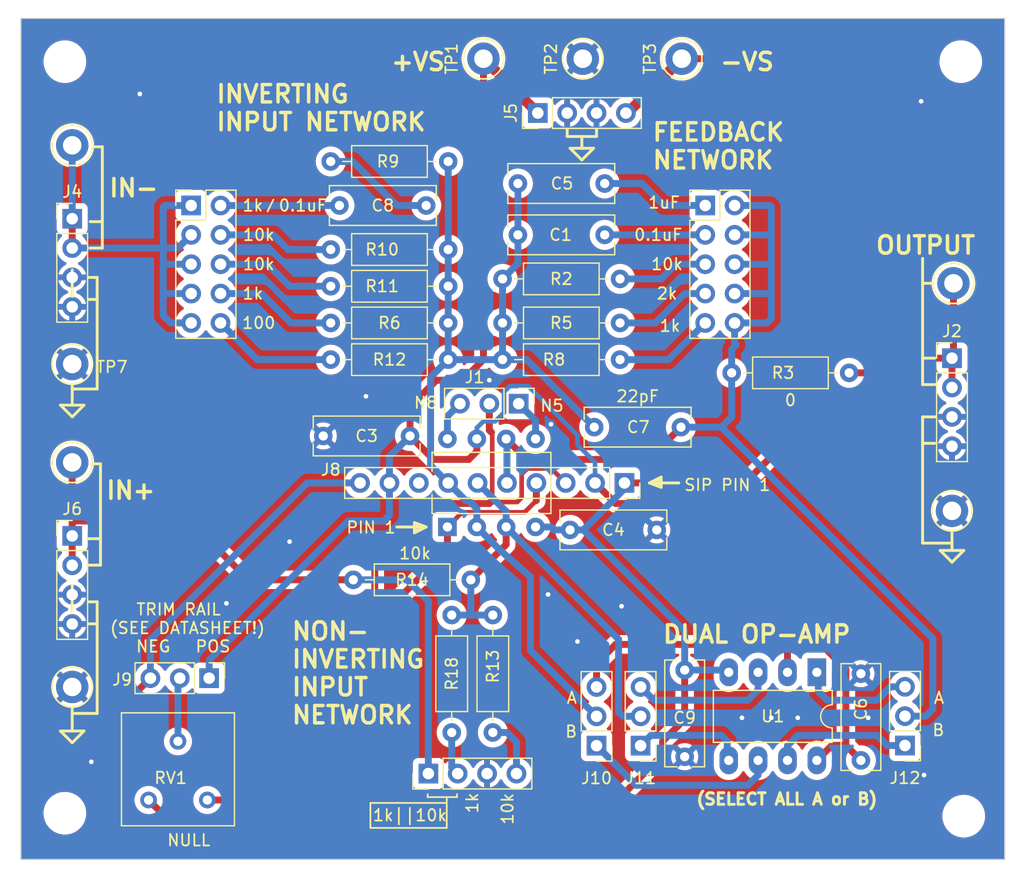
<source format=kicad_pcb>
(kicad_pcb (version 20221018) (generator pcbnew)
  (layers (0 "F.Cu" signal) (31 "B.Cu" signal) (34 "B.Paste" user) (35 "F.Paste" user) (36 "B.SilkS" user "B.Silkscreen") (37 "F.SilkS" user "F.Silkscreen") (38 "B.Mask" user) (39 "F.Mask" user) (44 "Edge.Cuts" user))
  (net 0 "")
  (net 1 "Net-(C8-Pad2)")
  (net 2 "GND")
  (net 3 "VSS")
  (net 4 "VCC")
  (net 5 "/NP1")
  (net 6 "/NP")
  (net 7 "/OUT")
  (net 8 "/IN+")
  (net 9 "/IN-")
  (net 10 "Net-(J9-Pin_2)")
  (net 11 "Net-(J10-Pin_1)")
  (net 12 "Net-(J10-Pin_3)")
  (net 13 "Net-(J11-Pin_1)")
  (net 14 "Net-(J11-Pin_3)")
  (net 15 "Net-(J12-Pin_1)")
  (net 16 "Net-(J12-Pin_3)")
  (net 18 "Net-(J2-Pin_1)")
  (net 19 "Net-(J14-Pin_2)")
  (net 20 "Net-(J14-Pin_1)")
  (net 21 "Net-(J14-Pin_4)")
  (net 22 "Net-(J14-Pin_6)")
  (net 23 "Net-(J14-Pin_8)")
  (net 24 "Net-(J14-Pin_10)")
  (net 25 "Net-(J15-Pin_3)")
  (net 26 "Net-(J15-Pin_1)")
  (net 27 "Net-(J15-Pin_5)")
  (net 28 "Net-(J15-Pin_7)")
  (net 29 "Net-(J15-Pin_9)")
  (net 30 "/NP2")
  (net 31 "/NN")
  (net 32 "Net-(J3-Pin_1)")
  (net 33 "Net-(J3-Pin_2)")
  (net 34 "Net-(J3-Pin_4)")
  (footprint "MountingHole:MountingHole_3.2mm_M3" (layer "F.Cu") (at 187.071 59.309)
    (fp_text reference "H1")
    (fp_text value "MountingHole")
  )
  (footprint "Package_DIP:DIP-8_W7.62mm" (layer "F.Cu") (at 142.681 99.568 90)
    (fp_text reference "U2")
    (fp_text value "LM741")
  )
  (footprint "Resistor_THT:R_Axial_DIN0207_L6.3mm_D2.5mm_P10.16mm_Horizontal" (layer "F.Cu") (at 146.608 107.188 -90)
    (fp_text reference "R13")
    (fp_text value "10k")
  )
  (footprint "Capacitor_THT:C_Rect_L9.0mm_W3.2mm_P7.50mm_MKT" (layer "F.Cu") (at 155.374 90.932)
    (fp_text reference "C7")
    (fp_text value "22pF")
  )
  (footprint "TestPoint:TestPoint_Keystone_5005-5009_Compact" (layer "F.Cu") (at 145.796 59.055 90)
    (fp_text reference "TP1")
    (fp_text value "TestPoint")
  )
  (footprint "Resistor_THT:R_Axial_DIN0207_L6.3mm_D2.5mm_P10.16mm_Horizontal" (layer "F.Cu") (at 147.447 85.09)
    (fp_text reference "R8")
    (fp_text value "1k")
  )
  (footprint "Connector_PinSocket_2.54mm:PinSocket_1x10_P2.54mm_Vertical" (layer "F.Cu") (at 157.988 95.758 -90)
    (fp_text reference "J8")
    (fp_text value "Conn_01x10_Socket")
  )
  (footprint "Connector_PinHeader_2.54mm:PinHeader_1x03_P2.54mm_Vertical" (layer "F.Cu") (at 159.385 118.491 180)
    (fp_text reference "J11")
    (fp_text value "Conn_01x03_Pin")
  )
  (footprint "TestPoint:TestPoint_Keystone_5005-5009_Compact" (layer "F.Cu") (at 110.236 66.548)
    (fp_text reference "TP6")
    (fp_text value "TestPoint")
  )
  (footprint "TestPoint:TestPoint_Keystone_5005-5009_Compact" (layer "F.Cu") (at 186.309 98.171)
    (fp_text reference "TP5")
    (fp_text value "TestPoint")
  )
  (footprint "TestPoint:TestPoint_Keystone_5005-5009_Compact" (layer "F.Cu") (at 110.236 113.411)
    (fp_text reference "TP9")
    (fp_text value "TestPoint")
  )
  (footprint "Connector_PinHeader_2.54mm:PinHeader_1x03_P2.54mm_Vertical" (layer "F.Cu") (at 122.077 112.649 -90)
    (fp_text reference "J9")
    (fp_text value "Conn_01x03_Pin")
  )
  (footprint "TestPoint:TestPoint_Keystone_5005-5009_Compact" (layer "F.Cu") (at 110.236 93.98)
    (fp_text reference "TP8")
    (fp_text value "TestPoint")
  )
  (footprint "Capacitor_THT:C_Rect_L9.0mm_W3.2mm_P7.50mm_MKT" (layer "F.Cu") (at 178.435 119.761 90)
    (fp_text reference "C6")
    (fp_text value "1.0uF")
  )
  (footprint "Connector_PinHeader_2.54mm:PinHeader_1x03_P2.54mm_Vertical" (layer "F.Cu") (at 182.245 118.476 180)
    (fp_text reference "J12")
    (fp_text value "Conn_01x03_Pin")
  )
  (footprint "Connector_PinHeader_2.54mm:PinHeader_1x03_P2.54mm_Vertical" (layer "F.Cu") (at 148.844 88.9 -90)
    (fp_text reference "J1")
    (fp_text value "Conn_01x03_Pin")
  )
  (footprint "Capacitor_THT:C_Rect_L9.0mm_W3.2mm_P7.50mm_MKT" (layer "F.Cu") (at 160.782 99.822 180)
    (fp_text reference "C4")
    (fp_text value "1.0uF")
  )
  (footprint "TestPoint:TestPoint_Keystone_5005-5009_Compact" (layer "F.Cu") (at 186.436 78.486)
    (fp_text reference "TP4")
    (fp_text value "TestPoint")
  )
  (footprint "MountingHole:MountingHole_3.2mm_M3" (layer "F.Cu") (at 109.601 59.309)
    (fp_text reference "H2")
    (fp_text value "MountingHole")
  )
  (footprint "Capacitor_THT:C_Rect_L9.0mm_W3.2mm_P7.50mm_MKT" (layer "F.Cu") (at 148.777 69.85)
    (fp_text reference "C5")
    (fp_text value "1uF")
  )
  (footprint "MountingHole:MountingHole_3.2mm_M3" (layer "F.Cu") (at 187.325 124.587)
    (fp_text reference "H3")
    (fp_text value "MountingHole")
  )
  (footprint "Connector_PinHeader_2.54mm:PinHeader_1x04_P2.54mm_Vertical" (layer "F.Cu") (at 141.03 120.904 90)
    (fp_text reference "J3")
    (fp_text value "Conn_01x04_Pin")
  )
  (footprint "Resistor_THT:R_Axial_DIN0207_L6.3mm_D2.5mm_P10.16mm_Horizontal" (layer "F.Cu") (at 147.447 81.915)
    (fp_text reference "R5")
    (fp_text value "2k")
  )
  (footprint "Connector_PinHeader_2.54mm:PinHeader_2x05_P2.54mm_Vertical" (layer "F.Cu") (at 120.523 71.755)
    (fp_text reference "J14")
    (fp_text value "Conn_02x05_Odd_Even")
  )
  (footprint "Capacitor_THT:C_Rect_L9.0mm_W3.2mm_P7.50mm_MKT" (layer "F.Cu") (at 148.777 74.295)
    (fp_text reference "C1")
    (fp_text value "0.1uF")
  )
  (footprint "Capacitor_THT:C_Rect_L9.0mm_W3.2mm_P7.50mm_MKT" (layer "F.Cu") (at 163.195 119.447 90)
    (fp_text reference "C9")
    (fp_text value "1.0uF")
  )
  (footprint "Connector_PinHeader_2.54mm:PinHeader_1x04_P2.54mm_Vertical" (layer "F.Cu") (at 186.309 84.963)
    (fp_text reference "J2")
    (fp_text value "Conn_01x04_Pin")
  )
  (footprint "Potentiometer_THT:Potentiometer_Bourns_3386F_Vertical" (layer "F.Cu") (at 121.92 123.19 90)
    (fp_text reference "RV1")
    (fp_text value "1k")
  )
  (footprint "Connector_PinHeader_2.54mm:PinHeader_2x05_P2.54mm_Vertical" (layer "F.Cu") (at 164.973 71.755)
    (fp_text reference "J15")
    (fp_text value "Conn_02x05_Odd_Even")
  )
  (footprint "Capacitor_THT:C_Rect_L9.0mm_W3.2mm_P7.50mm_MKT" (layer "F.Cu") (at 133.343 71.755)
    (fp_text reference "C8")
    (fp_text value "0.1uF")
  )
  (footprint "Resistor_THT:R_Axial_DIN0207_L6.3mm_D2.5mm_P10.16mm_Horizontal" (layer "F.Cu") (at 132.588 75.565)
    (fp_text reference "R10")
    (fp_text value "10k")
  )
  (footprint "Resistor_THT:R_Axial_DIN0207_L6.3mm_D2.5mm_P10.16mm_Horizontal" (layer "F.Cu") (at 132.588 78.74)
    (fp_text reference "R11")
    (fp_text value "10k")
  )
  (footprint "Connector_PinHeader_2.54mm:PinHeader_1x04_P2.54mm_Vertical" (layer "F.Cu") (at 110.236 100.34)
    (fp_text reference "J6")
    (fp_text value "Conn_01x04_Pin")
  )
  (footprint "Resistor_THT:R_Axial_DIN0207_L6.3mm_D2.5mm_P10.16mm_Horizontal" (layer "F.Cu") (at 167.259 86.233)
    (fp_text reference "R3")
    (fp_text value "0")
  )
  (footprint "Resistor_THT:R_Axial_DIN0207_L6.3mm_D2.5mm_P10.16mm_Horizontal" (layer "F.Cu") (at 134.543 104.14)
    (fp_text reference "R14")
    (fp_text value "10k")
  )
  (footprint "Connector_PinHeader_2.54mm:PinHeader_1x04_P2.54mm_Vertical" (layer "F.Cu") (at 110.236 72.898)
    (fp_text reference "J4")
    (fp_text value "Conn_01x04_Pin")
  )
  (footprint "Resistor_THT:R_Axial_DIN0207_L6.3mm_D2.5mm_P10.16mm_Horizontal" (layer "F.Cu") (at 132.588 81.915)
    (fp_text reference "R6")
    (fp_text value "1k")
  )
  (footprint "Resistor_THT:R_Axial_DIN0207_L6.3mm_D2.5mm_P10.16mm_Horizontal" (layer "F.Cu") (at 132.588 85.09)
    (fp_text reference "R12")
    (fp_text value "100")
  )
  (footprint "Package_DIP:DIP-8_W7.62mm_LongPads" (layer "F.Cu") (at 174.625 112.141 -90)
    (fp_text reference "U1")
    (fp_text value "LM358")
  )
  (footprint "Resistor_THT:R_Axial_DIN0207_L6.3mm_D2.5mm_P10.16mm_Horizontal" (layer "F.Cu") (at 132.588 67.945)
    (fp_text reference "R9")
    (fp_text value "1k")
  )
  (footprint "TestPoint:TestPoint_Keystone_5005-5009_Compact" (layer "F.Cu") (at 154.386 59.055 90)
    (fp_text reference "TP2")
    (fp_text value "TestPoint")
  )
  (footprint "Connector_PinHeader_2.54mm:PinHeader_1x03_P2.54mm_Vertical" (layer "F.Cu") (at 155.575 118.491 180)
    (fp_text reference "J10")
    (fp_text value "Conn_01x03_Pin")
  )
  (footprint "Capacitor_THT:C_Rect_L9.0mm_W3.2mm_P7.50mm_MKT" (layer "F.Cu") (at 139.446 91.694 180)
    (fp_text reference "C3")
    (fp_text value "1.0uF")
  )
  (footprint "TestPoint:TestPoint_Keystone_5005-5009_Compact" (layer "F.Cu") (at 110.236 85.471)
    (fp_text reference "TP7")
    (fp_text value "TestPoint")
  )
  (footprint "Resistor_THT:R_Axial_DIN0207_L6.3mm_D2.5mm_P10.16mm_Horizontal" (layer "F.Cu") (at 143.052 107.188 -90)
    (fp_text reference "R18")
    (fp_text value "1k")
  )
  (footprint "TestPoint:TestPoint_Keystone_5005-5009_Compact" (layer "F.Cu") (at 162.941 59.055 90)
    (fp_text reference "TP3")
    (fp_text value "TestPoint")
  )
  (footprint "Connector_PinHeader_2.54mm:PinHeader_1x04_P2.54mm_Vertical" (layer "F.Cu") (at 150.495 63.754 90)
    (fp_text reference "J5")
    (fp_text value "Conn_01x04_Pin")
  )
  (footprint "MountingHole:MountingHole_3.2mm_M3" (layer "F.Cu") (at 109.601 124.333)
    (fp_text reference "H4")
    (fp_text value "MountingHole")
  )
  (footprint "Resistor_THT:R_Axial_DIN0207_L6.3mm_D2.5mm_P10.16mm_Horizontal" (layer "F.Cu") (at 147.447 78.105)
    (fp_text reference "R2")
    (fp_text value "10k")
  )
  (gr_line (start 112.8395 73.152) (end 111.79175 73.152) (stroke (width 0.25)) (layer "F.SilkS"))
  (gr_line (start 141.986 125.603) (end 142.621 125.603) (stroke (width 0.15)) (layer "F.SilkS"))
  (gr_line (start 140.843 99.568) (end 139.827 99.187) (stroke (width 0.25)) (layer "F.SilkS"))
  (gr_line (start 183.769 90.043) (end 184.8485 90.043) (stroke (width 0.25)) (layer "F.SilkS"))
  (gr_line (start 187.325 101.6) (end 186.309 101.6) (stroke (width 0.25)) (layer "F.SilkS"))
  (gr_line (start 110.236 104.648) (end 110.236 106.934) (stroke (width 0.25)) (layer "F.SilkS"))
  (gr_line (start 112.68075 100.584) (end 111.633 100.584) (stroke (width 0.25)) (layer "F.SilkS"))
  (gr_line (start 110.236 115.316) (end 110.236 117.221) (stroke (width 0.25)) (layer "F.SilkS"))
  (gr_line (start 109.22 117.221) (end 110.236 118.237) (stroke (width 0.25)) (layer "F.SilkS"))
  (gr_line (start 110.236 77.343) (end 110.236 79.629) (stroke (width 0.25)) (layer "F.SilkS"))
  (gr_line (start 143.51 122.936) (end 143.51 122.682) (stroke (width 0.15)) (layer "F.SilkS"))
  (gr_line (start 110.236 90.043) (end 111.252 89.027) (stroke (width 0.25)) (layer "F.SilkS"))
  (gr_line (start 111.252 89.027) (end 110.236 89.027) (stroke (width 0.25)) (layer "F.SilkS"))
  (gr_line (start 161.163 95.25) (end 160.147 95.758) (stroke (width 0.25)) (layer "F.SilkS"))
  (gr_line (start 112.68075 102.87) (end 111.60125 102.87) (stroke (width 0.25)) (layer "F.SilkS"))
  (gr_line (start 112.8395 66.675) (end 112.0775 66.675) (stroke (width 0.25)) (layer "F.SilkS"))
  (gr_line (start 183.769 76.327) (end 183.769 87.249) (stroke (width 0.25)) (layer "F.SilkS"))
  (gr_line (start 183.769 84.963) (end 184.81675 84.963) (stroke (width 0.25)) (layer "F.SilkS"))
  (gr_line (start 136.017 125.603) (end 141.986 125.603) (stroke (width 0.15)) (layer "F.SilkS"))
  (gr_line (start 185.293 101.6) (end 186.309 102.616) (stroke (width 0.25)) (layer "F.SilkS"))
  (gr_line (start 154.305 66.802) (end 153.289 66.802) (stroke (width 0.25)) (layer "F.SilkS"))
  (gr_line (start 153.289 66.802) (end 154.305 67.818) (stroke (width 0.25)) (layer "F.SilkS"))
  (gr_line (start 111.633 106.045) (end 112.395 106.045) (stroke (width 0.25)) (layer "F.SilkS"))
  (gr_line (start 111.633 79.883) (end 112.395 79.883) (stroke (width 0.25)) (layer "F.SilkS"))
  (gr_line (start 138.303 99.568) (end 140.462 99.568) (stroke (width 0.25)) (layer "F.SilkS"))
  (gr_line (start 153.035 65.151) (end 153.035 65.786) (stroke (width 0.25)) (layer "F.SilkS"))
  (gr_line (start 139.827 99.187) (end 139.827 99.568) (stroke (width 0.25)) (layer "F.SilkS"))
  (gr_line (start 183.769 92.329) (end 184.81675 92.329) (stroke (width 0.25)) (layer "F.SilkS"))
  (gr_line (start 161.163 95.885) (end 160.655 95.885) (stroke (width 0.25)) (layer "F.SilkS"))
  (gr_line (start 111.252 117.221) (end 110.236 117.221) (stroke (width 0.25)) (layer "F.SilkS"))
  (gr_line (start 186.309 100.076) (end 186.309 101.6) (stroke (width 0.25)) (layer "F.SilkS"))
  (gr_line (start 154.305 65.786) (end 154.305 66.802) (stroke (width 0.25)) (layer "F.SilkS"))
  (gr_line (start 111.633 77.978) (end 112.395 77.978) (stroke (width 0.25)) (layer "F.SilkS"))
  (gr_line (start 136.017 123.444) (end 136.017 125.603) (stroke (width 0.15)) (layer "F.SilkS"))
  (gr_line (start 142.621 123.444) (end 142.621 125.222) (stroke (width 0.15)) (layer "F.SilkS"))
  (gr_line (start 112.395 77.978) (end 112.395 87.63) (stroke (width 0.25)) (layer "F.SilkS"))
  (gr_line (start 112.68075 94.107) (end 112.68075 102.87) (stroke (width 0.25)) (layer "F.SilkS"))
  (gr_line (start 110.236 115.697) (end 112.395 115.697) (stroke (width 0.25)) (layer "F.SilkS"))
  (gr_line (start 186.309 101.6) (end 185.293 101.6) (stroke (width 0.25)) (layer "F.SilkS"))
  (gr_line (start 111.633 107.95) (end 112.395 107.95) (stroke (width 0.25)) (layer "F.SilkS"))
  (gr_line (start 140.97 122.936) (end 143.51 122.936) (stroke (width 0.15)) (layer "F.SilkS"))
  (gr_line (start 110.236 118.237) (end 111.252 117.221) (stroke (width 0.25)) (layer "F.SilkS"))
  (gr_line (start 142.621 123.444) (end 142.621 122.936) (stroke (width 0.15)) (layer "F.SilkS"))
  (gr_line (start 160.147 95.758) (end 161.163 96.139) (stroke (width 0.25)) (layer "F.SilkS"))
  (gr_line (start 154.305 67.818) (end 155.321 66.802) (stroke (width 0.25)) (layer "F.SilkS"))
  (gr_line (start 110.236 87.376) (end 110.236 89.027) (stroke (width 0.25)) (layer "F.SilkS"))
  (gr_line (start 155.575 65.151) (end 155.575 65.786) (stroke (width 0.25)) (layer "F.SilkS"))
  (gr_line (start 139.827 100.076) (end 140.843 99.568) (stroke (width 0.25)) (layer "F.SilkS"))
  (gr_line (start 136.017 123.444) (end 142.621 123.444) (stroke (width 0.15)) (layer "F.SilkS"))
  (gr_line (start 110.236 89.027) (end 109.22 89.027) (stroke (width 0.25)) (layer "F.SilkS"))
  (gr_line (start 142.621 125.603) (end 142.621 125.222) (stroke (width 0.15)) (layer "F.SilkS"))
  (gr_line (start 110.236 87.63) (end 112.395 87.63) (stroke (width 0.25)) (layer "F.SilkS"))
  (gr_line (start 183.769 100.965) (end 183.769 90.043) (stroke (width 0.25)) (layer "F.SilkS"))
  (gr_line (start 112.68075 94.107) (end 111.91875 94.107) (stroke (width 0.25)) (layer "F.SilkS"))
  (gr_line (start 183.769 87.249) (end 184.8485 87.249) (stroke (width 0.25)) (layer "F.SilkS"))
  (gr_line (start 183.769 100.965) (end 186.309 100.965) (stroke (width 0.25)) (layer "F.SilkS"))
  (gr_line (start 110.236 117.221) (end 109.22 117.221) (stroke (width 0.25)) (layer "F.SilkS"))
  (gr_line (start 139.827 99.568) (end 139.827 100.076) (stroke (width 0.25)) (layer "F.SilkS"))
  (gr_line (start 183.769 78.486) (end 184.531 78.486) (stroke (width 0.25)) (layer "F.SilkS"))
  (gr_line (start 161.163 95.504) (end 160.655 95.504) (stroke (width 0.25)) (layer "F.SilkS"))
  (gr_line (start 155.321 66.802) (end 154.305 66.802) (stroke (width 0.25)) (layer "F.SilkS"))
  (gr_line (start 127.127 72.263) (end 127.635 71.247) (stroke (width 0.15)) (layer "F.SilkS"))
  (gr_line (start 140.97 122.682) (end 140.97 122.936) (stroke (width 0.15)) (layer "F.SilkS"))
  (gr_line (start 161.163 95.758) (end 161.163 95.25) (stroke (width 0.25)) (layer "F.SilkS"))
  (gr_line (start 112.8395 75.438) (end 111.76 75.438) (stroke (width 0.25)) (layer "F.SilkS"))
  (gr_line (start 153.035 65.786) (end 155.575 65.786) (stroke (width 0.25)) (layer "F.SilkS"))
  (gr_line (start 186.309 102.616) (end 187.325 101.6) (stroke (width 0.25)) (layer "F.SilkS"))
  (gr_line (start 161.163 96.139) (end 161.163 95.758) (stroke (width 0.25)) (layer "F.SilkS"))
  (gr_line (start 112.8395 66.675) (end 112.8395 75.438) (stroke (width 0.25)) (layer "F.SilkS"))
  (gr_line (start 139.827 99.822) (end 140.335 99.822) (stroke (width 0.25)) (layer "F.SilkS"))
  (gr_line (start 109.22 89.027) (end 110.236 90.043) (stroke (width 0.25)) (layer "F.SilkS"))
  (gr_line (start 139.827 99.441) (end 140.335 99.441) (stroke (width 0.25)) (layer "F.SilkS"))
  (gr_line (start 162.687 95.758) (end 160.528 95.758) (stroke (width 0.25)) (layer "F.SilkS"))
  (gr_line (start 112.395 106.045) (end 112.395 115.697) (stroke (width 0.25)) (layer "F.SilkS"))
  (gr_rect (start 105.791 55.5625) (end 190.881 128.3335) (stroke (width 0.1)) (fill none) (layer "Edge.Cuts"))
  (gr_text "SIP PIN 1" (at 163.068 96.52) (layer "F.SilkS") (effects (font (size 1 1)) (justify left bottom)))
  (gr_text "PIN 1" (at 133.858 100.203) (layer "F.SilkS") (effects (font (size 1 1)) (justify left bottom)))
  (gr_text "POS" (at 120.807 110.49) (layer "F.SilkS") (effects (font (size 1 1)) (justify left bottom)))
  (gr_text "NULL" (at 118.364 127.254) (layer "F.SilkS") (effects (font (size 1 1)) (justify left bottom)))
  (gr_text "DUAL OP-AMP" (at 161.163 109.728) (layer "F.SilkS") (effects (font (size 1.5 1.5) (thickness 0.3) bold) (justify left bottom)))
  (gr_text "(SELECT ALL A or B)" (at 164.084 123.698) (layer "F.SilkS") (effects (font (size 1 1) (thickness 0.25) bold) (justify left bottom)))
  (gr_text "1k||10k" (at 136.144 125.095) (layer "F.SilkS") (effects (font (size 1 1)) (justify left bottom)))
  (gr_text "A" (at 184.658 114.935) (layer "F.SilkS") (effects (font (size 1 1)) (justify left bottom)))
  (gr_text "+VS" (at 137.668 60.198) (layer "F.SilkS") (effects (font (size 1.5 1.5) (thickness 0.3) bold) (justify left bottom)))
  (gr_text "FEEDBACK\nNETWORK" (at 160.274 68.707) (layer "F.SilkS") (effects (font (size 1.5 1.5) (thickness 0.3) bold) (justify left bottom)))
  (gr_text "N5" (at 150.622 89.662) (layer "F.SilkS") (effects (font (size 1 1)) (justify left bottom)))
  (gr_text "NON-\nINVERTING\nINPUT\nNETWORK" (at 129.082 116.713) (layer "F.SilkS") (effects (font (size 1.5 1.5) (thickness 0.3) bold) (justify left bottom)))
  (gr_text "IN-" (at 113.284 71.12) (layer "F.SilkS") (effects (font (size 1.5 1.5) (thickness 0.3) bold) (justify left bottom)))
  (gr_text "A" (at 152.908 114.935) (layer "F.SilkS") (effects (font (size 1 1)) (justify left bottom)))
  (gr_text "INVERTING\nINPUT NETWORK" (at 122.555 65.405) (layer "F.SilkS") (effects (font (size 1.5 1.5) (thickness 0.3) bold) (justify left bottom)))
  (gr_text "IN+" (at 113.03 97.282) (layer "F.SilkS") (effects (font (size 1.5 1.5) (thickness 0.3) bold) (justify left bottom)))
  (gr_text "B" (at 152.781 117.856) (layer "F.SilkS") (effects (font (size 1 1)) (justify left bottom)))
  (gr_text "B" (at 184.531 117.729) (layer "F.SilkS") (effects (font (size 1 1)) (justify left bottom)))
  (gr_text "   TRIM RAIL\n(SEE DATASHEET!)" (at 113.411 108.899) (layer "F.SilkS") (effects (font (size 1 1)) (justify left bottom)))
  (gr_text "-VS" (at 166.116 60.198) (layer "F.SilkS") (effects (font (size 1.5 1.5) (thickness 0.3) bold) (justify left bottom)))
  (gr_text "NEG" (at 115.667 110.49) (layer "F.SilkS") (effects (font (size 1 1)) (justify left bottom)))
  (gr_text "N8" (at 139.7 89.408) (layer "F.SilkS") (effects (font (size 1 1)) (justify left bottom)))
  (gr_text "OUTPUT" (at 179.578 76.073) (layer "F.SilkS") (effects (font (size 1.5 1.5) (thickness 0.3) bold) (justify left bottom)))
  (segment (start 138.303 71.755) (end 140.843 71.755) (width 0.6) (layer "B.Cu") (net 1))
  (segment (start 134.493 67.945) (end 138.303 71.755) (width 0.6) (layer "B.Cu") (net 1))
  (segment (start 132.588 67.945) (end 134.493 67.945) (width 0.6) (layer "B.Cu") (net 1))
  (via (at 116.078 62.103) (size 0.8) (drill 0.4) (layers "F.Cu" "B.Cu") (net 2))
  (via (at 146.304 86.868) (size 0.8) (drill 0.4) (layers "F.Cu" "B.Cu") (net 2))
  (via (at 123.571 106.172) (size 0.8) (drill 0.4) (layers "F.Cu" "B.Cu") (net 2))
  (via (at 111.887 119.888) (size 0.8) (drill 0.4) (layers "F.Cu" "B.Cu") (net 2))
  (via (at 170.688 116.078) (size 0.8) (drill 0.4) (layers "F.Cu" "B.Cu") (net 2))
  (via (at 179.07 116.078) (size 0.8) (drill 0.4) (layers "F.Cu" "B.Cu") (net 2))
  (via (at 151.384 105.41) (size 0.8) (drill 0.4) (layers "F.Cu" "B.Cu") (net 2))
  (via (at 183.642 62.738) (size 0.8) (drill 0.4) (layers "F.Cu" "B.Cu") (net 2))
  (via (at 151.638 90.678) (size 0.8) (drill 0.4) (layers "F.Cu" "B.Cu") (net 2))
  (via (at 157.734 106.426) (size 0.8) (drill 0.4) (layers "F.Cu" "B.Cu") (net 2))
  (via (at 183.896 121.031) (size 0.8) (drill 0.4) (layers "F.Cu" "B.Cu") (net 2))
  (via (at 168.148 116.078) (size 0.8) (drill 0.4) (layers "F.Cu" "B.Cu") (net 2))
  (via (at 153.924 109.474) (size 0.8) (drill 0.4) (layers "F.Cu" "B.Cu") (net 2))
  (via (at 129.032 100.838) (size 0.8) (drill 0.4) (layers "F.Cu" "B.Cu") (net 2))
  (via (at 135.636 88.265) (size 0.8) (drill 0.4) (layers "F.Cu" "B.Cu") (net 2))
  (via (at 172.974 116.078) (size 0.8) (drill 0.4) (layers "F.Cu" "B.Cu") (net 2))
  (segment (start 153.322 127.254) (end 116.84 127.254) (width 0.6) (layer "F.Cu") (net 3))
  (segment (start 114.046 124.46) (end 114.046 115.6) (width 0.6) (layer "F.Cu") (net 3))
  (segment (start 172.339 59.055) (end 173.228 59.944) (width 0.6) (layer "F.Cu") (net 3))
  (segment (start 161.29 119.286) (end 153.322 127.254) (width 0.6) (layer "F.Cu") (net 3))
  (segment (start 158.242 63.754) (end 162.941 59.055) (width 0.9) (layer "F.Cu") (net 3))
  (segment (start 173.228 90.932) (end 168.402 95.758) (width 0.6) (layer "F.Cu") (net 3))
  (segment (start 161.29 118.11) (end 161.29 119.286) (width 0.6) (layer "F.Cu") (net 3))
  (segment (start 158.115 63.754) (end 158.242 63.754) (width 0.9) (layer "F.Cu") (net 3))
  (segment (start 168.402 95.758) (end 157.988 95.758) (width 0.6) (layer "F.Cu") (net 3))
  (segment (start 162.941 59.055) (end 172.339 59.055) (width 0.6) (layer "F.Cu") (net 3))
  (segment (start 114.046 115.6) (end 116.997 112.649) (width 0.6) (layer "F.Cu") (net 3))
  (segment (start 163.195 111.947) (end 163.195 116.205) (width 0.6) (layer "F.Cu") (net 3))
  (segment (start 163.195 116.205) (end 161.29 118.11) (width 0.6) (layer "F.Cu") (net 3))
  (segment (start 173.228 59.944) (end 173.228 90.932) (width 0.6) (layer "F.Cu") (net 3))
  (segment (start 116.84 127.254) (end 114.046 124.46) (width 0.6) (layer "F.Cu") (net 3))
  (segment (start 116.997 112.649) (end 116.997 109.317) (width 0.6) (layer "B.Cu") (net 3))
  (segment (start 153.282 99.822) (end 154.432 99.822) (width 0.6) (layer "B.Cu") (net 3))
  (segment (start 151.892 99.822) (end 153.282 99.822) (width 0.6) (layer "B.Cu") (net 3))
  (segment (start 151.638 99.568) (end 151.892 99.822) (width 0.6) (layer "B.Cu") (net 3))
  (segment (start 166.811 111.947) (end 167.005 112.141) (width 0.6) (layer "B.Cu") (net 3))
  (segment (start 154.432 99.822) (end 157.988 96.266) (width 0.6) (layer "B.Cu") (net 3))
  (segment (start 163.195 111.947) (end 163.195 108.585) (width 0.6) (layer "B.Cu") (net 3))
  (segment (start 163.195 108.585) (end 154.432 99.822) (width 0.6) (layer "B.Cu") (net 3))
  (segment (start 150.301 99.568) (end 151.638 99.568) (width 0.6) (layer "B.Cu") (net 3))
  (segment (start 130.556 95.758) (end 135.128 95.758) (width 0.6) (layer "B.Cu") (net 3))
  (segment (start 163.195 111.947) (end 166.811 111.947) (width 0.6) (layer "B.Cu") (net 3))
  (segment (start 157.988 96.266) (end 157.988 95.758) (width 0.6) (layer "B.Cu") (net 3))
  (segment (start 116.997 109.317) (end 130.556 95.758) (width 0.6) (layer "B.Cu") (net 3))
  (segment (start 150.495 63.754) (end 145.796 59.055) (width 0.9) (layer "F.Cu") (net 4))
  (segment (start 162.814 97.536) (end 177.135 111.857) (width 0.6) (layer "F.Cu") (net 4))
  (segment (start 144.526 93.726) (end 141.478 93.726) (width 0.6) (layer "F.Cu") (net 4))
  (segment (start 155.448 95.758) (end 157.226 97.536) (width 0.6) (layer "F.Cu") (net 4))
  (segment (start 157.226 97.536) (end 162.814 97.536) (width 0.6) (layer "F.Cu") (net 4))
  (segment (start 141.478 93.726) (end 139.446 91.694) (width 0.6) (layer "F.Cu") (net 4))
  (segment (start 145.796 85.09) (end 144.018 86.868) (width 0.6) (layer "F.Cu") (net 4))
  (segment (start 177.135 111.857) (end 177.135 118.461) (width 0.6) (layer "F.Cu") (net 4))
  (segment (start 141.732 86.868) (end 139.446 89.154) (width 0.6) (layer "F.Cu") (net 4))
  (segment (start 139.446 89.154) (end 139.446 91.694) (width 0.6) (layer "F.Cu") (net 4))
  (segment (start 145.221 93.031) (end 144.526 93.726) (width 0.6) (layer "F.Cu") (net 4))
  (segment (start 145.221 91.948) (end 145.221 93.031) (width 0.6) (layer "F.Cu") (net 4))
  (segment (start 145.796 59.055) (end 145.796 85.09) (width 0.6) (layer "F.Cu") (net 4))
  (segment (start 175.925 118.461) (end 177.135 118.461) (width 0.6) (layer "F.Cu") (net 4))
  (segment (start 174.625 119.761) (end 175.925 118.461) (width 0.6) (layer "F.Cu") (net 4))
  (segment (start 144.018 86.868) (end 141.732 86.868) (width 0.6) (layer "F.Cu") (net 4))
  (segment (start 177.135 118.461) (end 178.435 119.761) (width 0.6) (layer "F.Cu") (net 4))
  (segment (start 145.221 90.999) (end 145.796 90.424) (width 0.4) (layer "B.Cu") (net 4))
  (segment (start 145.221 91.948) (end 145.221 90.999) (width 0.4) (layer "B.Cu") (net 4))
  (segment (start 137.668 95.758) (end 137.668 93.472) (width 0.6) (layer "B.Cu") (net 4))
  (segment (start 149.67 87.376) (end 153.924 91.63) (width 0.4) (layer "B.Cu") (net 4))
  (segment (start 146.812 90.424) (end 147.574 89.662) (width 0.4) (layer "B.Cu") (net 4))
  (segment (start 147.574 89.662) (end 147.574 87.884) (width 0.4) (layer "B.Cu") (net 4))
  (segment (start 153.924 92.456) (end 155.448 93.98) (width 0.4) (layer "B.Cu") (net 4))
  (segment (start 122.077 111.095) (end 134.112 99.06) (width 0.6) (layer "B.Cu") (net 4))
  (segment (start 137.16 99.06) (end 137.668 98.552) (width 0.6) (layer "B.Cu") (net 4))
  (segment (start 153.924 91.63) (end 153.924 92.456) (width 0.4) (layer "B.Cu") (net 4))
  (segment (start 137.668 93.472) (end 139.446 91.694) (width 0.6) (layer "B.Cu") (net 4))
  (segment (start 155.448 93.98) (end 155.448 95.758) (width 0.4) (layer "B.Cu") (net 4))
  (segment (start 145.796 90.424) (end 146.812 90.424) (width 0.4) (layer "B.Cu") (net 4))
  (segment (start 122.077 112.649) (end 122.077 111.095) (width 0.6) (layer "B.Cu") (net 4))
  (segment (start 147.574 87.884) (end 148.082 87.376) (width 0.4) (layer "B.Cu") (net 4))
  (segment (start 134.112 99.06) (end 137.16 99.06) (width 0.6) (layer "B.Cu") (net 4))
  (segment (start 148.082 87.376) (end 149.67 87.376) (width 0.4) (layer "B.Cu") (net 4))
  (segment (start 137.668 98.552) (end 137.668 95.758) (width 0.6) (layer "B.Cu") (net 4))
  (segment (start 150.301 90.357) (end 148.844 88.9) (width 0.6) (layer "B.Cu") (net 5))
  (segment (start 150.301 91.948) (end 150.301 90.357) (width 0.6) (layer "B.Cu") (net 5))
  (segment (start 149.098 97.028) (end 148.717 97.409) (width 0.4) (layer "F.Cu") (net 6))
  (segment (start 146.304 91.192522) (end 146.491 91.379522) (width 0.6) (layer "F.Cu") (net 6))
  (segment (start 152.908 95.758) (end 151.658 94.508) (width 0.4) (layer "F.Cu") (net 6))
  (segment (start 146.558 97.282) (end 146.304 97.536) (width 0.6) (layer "F.Cu") (net 6))
  (segment (start 136.398 110.49) (end 123.698 123.19) (width 0.6) (layer "F.Cu") (net 6))
  (segment (start 149.098 94.996) (end 149.098 97.028) (width 0.4) (layer "F.Cu") (net 6))
  (segment (start 146.491 91.379522) (end 146.558 91.446522) (width 0.25) (layer "F.Cu") (net 6))
  (segment (start 146.558 91.446522) (end 146.558 97.282) (width 0.4) (layer "F.Cu") (net 6))
  (segment (start 146.304 97.536) (end 140.97 97.536) (width 0.6) (layer "F.Cu") (net 6))
  (segment (start 136.398 102.108) (end 136.398 110.49) (width 0.6) (layer "F.Cu") (net 6))
  (segment (start 140.97 97.536) (end 136.398 102.108) (width 0.6) (layer "F.Cu") (net 6))
  (segment (start 146.685 97.409) (end 146.558 97.282) (width 0.4) (layer "F.Cu") (net 6))
  (segment (start 149.586 94.508) (end 149.098 94.996) (width 0.4) (layer "F.Cu") (net 6))
  (segment (start 151.658 94.508) (end 149.586 94.508) (width 0.4) (layer "F.Cu") (net 6))
  (segment (start 123.698 123.19) (end 121.92 123.19) (width 0.6) (layer "F.Cu") (net 6))
  (segment (start 148.717 97.409) (end 146.685 97.409) (width 0.4) (layer "F.Cu") (net 6))
  (segment (start 146.304 88.9) (end 146.304 91.192522) (width 0.6) (layer "F.Cu") (net 6))
  (segment (start 147.761 91.948) (end 149.539 93.726) (width 0.6) (layer "F.Cu") (net 7))
  (segment (start 149.539 93.726) (end 160.08 93.726) (width 0.6) (layer "F.Cu") (net 7))
  (segment (start 160.08 93.726) (end 162.874 90.932) (width 0.6) (layer "F.Cu") (net 7))
  (segment (start 170.688 71.882) (end 170.688 74.422) (width 0.6) (layer "B.Cu") (net 7))
  (segment (start 167.259 86.233) (end 167.259 90.043) (width 0.6) (layer "B.Cu") (net 7))
  (segment (start 167.259 86.233) (end 167.259 84.201) (width 0.6) (layer "B.Cu") (net 7))
  (segment (start 170.561 79.375) (end 170.688 79.502) (width 0.6) (layer "B.Cu") (net 7))
  (segment (start 167.513 71.755) (end 170.561 71.755) (width 0.6) (layer "B.Cu") (net 7))
  (segment (start 184.658 109.22) (end 166.37 90.932) (width 0.6) (layer "B.Cu") (net 7))
  (segment (start 170.561 71.755) (end 170.688 71.882) (width 0.6) (layer "B.Cu") (net 7))
  (segment (start 167.259 90.043) (end 166.37 90.932) (width 0.6) (layer "B.Cu") (net 7))
  (segment (start 170.688 74.422) (end 170.688 76.962) (width 0.6) (layer "B.Cu") (net 7))
  (segment (start 170.561 76.835) (end 170.688 76.962) (width 0.6) (layer "B.Cu") (net 7))
  (segment (start 182.245 115.936) (end 184.038 115.936) (width 0.6) (layer "B.Cu") (net 7))
  (segment (start 170.688 79.502) (end 170.688 81.534) (width 0.6) (layer "B.Cu") (net 7))
  (segment (start 170.688 81.534) (end 170.307 81.915) (width 0.6) (layer "B.Cu") (net 7))
  (segment (start 167.513 74.295) (end 170.561 74.295) (width 0.6) (layer "B.Cu") (net 7))
  (segment (start 167.513 79.375) (end 170.561 79.375) (width 0.6) (layer "B.Cu") (net 7))
  (segment (start 184.658 115.316) (end 184.658 109.22) (width 0.6) (layer "B.Cu") (net 7))
  (segment (start 166.37 90.932) (end 162.874 90.932) (width 0.6) (layer "B.Cu") (net 7))
  (segment (start 184.038 115.936) (end 184.658 115.316) (width 0.6) (layer "B.Cu") (net 7))
  (segment (start 170.561 74.295) (end 170.688 74.422) (width 0.6) (layer "B.Cu") (net 7))
  (segment (start 167.513 83.693) (end 167.513 81.915) (width 0.6) (layer "B.Cu") (net 7))
  (segment (start 170.307 81.915) (end 167.513 81.915) (width 0.6) (layer "B.Cu") (net 7))
  (segment (start 147.828 92.015) (end 147.828 95.758) (width 0.6) (layer "B.Cu") (net 7))
  (segment (start 167.259 84.201) (end 167.64 83.82) (width 0.6) (layer "B.Cu") (net 7))
  (segment (start 170.688 76.962) (end 170.688 79.502) (width 0.6) (layer "B.Cu") (net 7))
  (segment (start 167.513 76.835) (end 170.561 76.835) (width 0.6) (layer "B.Cu") (net 7))
  (segment (start 167.64 83.82) (end 167.513 83.693) (width 0.6) (layer "B.Cu") (net 7))
  (segment (start 147.761 91.948) (end 147.828 92.015) (width 0.6) (layer "B.Cu") (net 7))
  (segment (start 147.761 99.568) (end 147.761 101.082) (width 0.6) (layer "F.Cu") (net 8))
  (segment (start 147.761 101.082) (end 144.703 104.14) (width 0.6) (layer "F.Cu") (net 8))
  (segment (start 159.385 115.951) (end 157.861 115.951) (width 0.6) (layer "B.Cu") (net 8))
  (segment (start 157.48 109.287) (end 147.761 99.568) (width 0.6) (layer "B.Cu") (net 8))
  (segment (start 143.052 107.188) (end 144.78 107.188) (width 0.6) (layer "B.Cu") (net 8))
  (segment (start 147.761 99.568) (end 147.761 98.231) (width 0.6) (layer "B.Cu") (net 8))
  (segment (start 144.703 107.111) (end 144.78 107.188) (width 0.6) (layer "B.Cu") (net 8))
  (segment (start 157.861 115.951) (end 157.48 115.57) (width 0.6) (layer "B.Cu") (net 8))
  (segment (start 144.78 107.188) (end 146.608 107.188) (width 0.6) (layer "B.Cu") (net 8))
  (segment (start 147.761 98.231) (end 145.288 95.758) (width 0.6) (layer "B.Cu") (net 8))
  (segment (start 144.703 104.14) (end 144.703 107.111) (width 0.6) (layer "B.Cu") (net 8))
  (segment (start 157.48 115.57) (end 157.48 109.287) (width 0.6) (layer "B.Cu") (net 8))
  (segment (start 149.86 103.886) (end 147.186 101.533) (width 0.6) (layer "B.Cu") (net 9))
  (segment (start 144.272 97.282) (end 142.748 95.758) (width 0.6) (layer "B.Cu") (net 9))
  (segment (start 144.526 97.282) (end 144.272 97.282) (width 0.6) (layer "B.Cu") (net 9))
  (segment (start 142.748 75.565) (end 142.748 67.945) (width 0.6) (layer "B.Cu") (net 9))
  (segment (start 155.575 115.951) (end 149.86 110.236) (width 0.6) (layer "B.Cu") (net 9))
  (segment (start 148.777 76.775) (end 147.447 78.105) (width 0.6) (layer "B.Cu") (net 9))
  (segment (start 147.447 85.09) (end 149.532 85.09) (width 0.6) (layer "B.Cu") (net 9))
  (segment (start 149.86 110.236) (end 149.86 103.886) (width 0.6) (layer "B.Cu") (net 9))
  (segment (start 142.748 95.758) (end 141.224 94.234) (width 0.6) (layer "B.Cu") (net 9))
  (segment (start 142.748 85.09) (end 147.447 85.09) (width 0.6) (layer "B.Cu") (net 9))
  (segment (start 147.447 78.105) (end 147.447 81.915) (width 0.6) (layer "B.Cu") (net 9))
  (segment (start 141.224 94.234) (end 141.224 86.614) (width 0.6) (layer "B.Cu") (net 9))
  (segment (start 148.777 74.295) (end 148.777 76.775) (width 0.6) (layer "B.Cu") (net 9))
  (segment (start 148.777 69.85) (end 148.777 74.295) (width 0.6) (layer "B.Cu") (net 9))
  (segment (start 145.221 99.568) (end 145.221 97.977) (width 0.6) (layer "B.Cu") (net 9))
  (segment (start 142.748 85.09) (end 142.748 81.915) (width 0.6) (layer "B.Cu") (net 9))
  (segment (start 141.224 86.614) (end 142.748 85.09) (width 0.6) (layer "B.Cu") (net 9))
  (segment (start 147.186 101.533) (end 145.221 99.568) (width 0.6) (layer "B.Cu") (net 9))
  (segment (start 145.221 97.977) (end 144.526 97.282) (width 0.6) (layer "B.Cu") (net 9))
  (segment (start 147.447 85.09) (end 147.447 81.915) (width 0.6) (layer "B.Cu") (net 9))
  (segment (start 142.748 78.74) (end 142.748 75.565) (width 0.6) (layer "B.Cu") (net 9))
  (segment (start 149.532 85.09) (end 155.374 90.932) (width 0.6) (layer "B.Cu") (net 9))
  (segment (start 142.748 81.915) (end 142.748 78.74) (width 0.6) (layer "B.Cu") (net 9))
  (segment (start 119.38 118.11) (end 119.38 112.806) (width 0.6) (layer "B.Cu") (net 10))
  (segment (start 119.38 112.806) (end 119.537 112.649) (width 0.6) (layer "B.Cu") (net 10))
  (segment (start 168.656 121.92) (end 169.545 121.031) (width 0.6) (layer "B.Cu") (net 11))
  (segment (start 169.545 121.031) (end 169.545 119.761) (width 0.6) (layer "B.Cu") (net 11))
  (segment (start 155.575 118.491) (end 159.004 121.92) (width 0.6) (layer "B.Cu") (net 11))
  (segment (start 159.004 121.92) (end 168.656 121.92) (width 0.6) (layer "B.Cu") (net 11))
  (segment (start 172.085 112.141) (end 172.085 109.855) (width 0.6) (layer "F.Cu") (net 12))
  (segment (start 155.575 111.379) (end 155.575 113.411) (width 0.6) (layer "F.Cu") (net 12))
  (segment (start 172.085 109.855) (end 171.958 109.728) (width 0.6) (layer "F.Cu") (net 12))
  (segment (start 157.226 109.728) (end 155.575 111.379) (width 0.6) (layer "F.Cu") (net 12))
  (segment (start 171.958 109.728) (end 157.226 109.728) (width 0.6) (layer "F.Cu") (net 12))
  (segment (start 159.385 118.491) (end 160.274 117.602) (width 0.6) (layer "B.Cu") (net 13))
  (segment (start 166.878 119.634) (end 167.005 119.761) (width 0.6) (layer "B.Cu") (net 13))
  (segment (start 166.878 118.11) (end 166.878 119.634) (width 0.6) (layer "B.Cu") (net 13))
  (segment (start 160.274 117.602) (end 166.37 117.602) (width 0.6) (layer "B.Cu") (net 13))
  (segment (start 166.37 117.602) (end 166.878 118.11) (width 0.6) (layer "B.Cu") (net 13))
  (segment (start 168.656 114.554) (end 169.545 113.665) (width 0.6) (layer "B.Cu") (net 14))
  (segment (start 160.528 114.554) (end 168.656 114.554) (width 0.6) (layer "B.Cu") (net 14))
  (segment (start 169.545 113.665) (end 169.545 112.141) (width 0.6) (layer "B.Cu") (net 14))
  (segment (start 159.385 113.411) (end 160.528 114.554) (width 0.6) (layer "B.Cu") (net 14))
  (segment (start 172.974 117.602) (end 172.085 118.491) (width 0.6) (layer "B.Cu") (net 15))
  (segment (start 179.832 117.602) (end 172.974 117.602) (width 0.6) (layer "B.Cu") (net 15))
  (segment (start 180.706 118.476) (end 179.832 117.602) (width 0.6) (layer "B.Cu") (net 15))
  (segment (start 182.245 118.476) (end 180.706 118.476) (width 0.6) (layer "B.Cu") (net 15))
  (segment (start 172.085 118.491) (end 172.085 119.761) (width 0.6) (layer "B.Cu") (net 15))
  (segment (start 174.752 112.268) (end 174.625 112.141) (width 0.6) (layer "B.Cu") (net 16))
  (segment (start 179.832 114.554) (end 175.514 114.554) (width 0.6) (layer "B.Cu") (net 16))
  (segment (start 174.752 113.792) (end 174.752 112.268) (width 0.6) (layer "B.Cu") (net 16))
  (segment (start 180.99 113.396) (end 179.832 114.554) (width 0.6) (layer "B.Cu") (net 16))
  (segment (start 182.245 113.396) (end 180.99 113.396) (width 0.6) (layer "B.Cu") (net 16))
  (segment (start 175.514 114.554) (end 174.752 113.792) (width 0.6) (layer "B.Cu") (net 16))
  (segment (start 186.309 84.963) (end 181.737 84.963) (width 0.6) (layer "F.Cu") (net 18))
  (segment (start 186.436 84.836) (end 186.309 84.963) (width 0.6) (layer "F.Cu") (net 18))
  (segment (start 186.309 84.963) (end 186.309 87.503) (width 0.6) (layer "F.Cu") (net 18))
  (segment (start 181.737 84.963) (end 180.467 86.233) (width 0.6) (layer "F.Cu") (net 18))
  (segment (start 186.436 78.486) (end 186.436 84.836) (width 0.6) (layer "F.Cu") (net 18))
  (segment (start 180.467 86.233) (end 177.419 86.233) (width 0.6) (layer "F.Cu") (net 18))
  (segment (start 123.063 71.755) (end 133.343 71.755) (width 0.6) (layer "B.Cu") (net 19))
  (segment (start 110.236 72.898) (end 110.236 75.438) (width 0.6) (layer "F.Cu") (net 20))
  (segment (start 110.236 75.433) (end 119.385 75.433) (width 0.6) (layer "B.Cu") (net 20))
  (segment (start 118.11 71.882) (end 118.11 76.962) (width 0.6) (layer "B.Cu") (net 20))
  (segment (start 118.237 71.755) (end 118.11 71.882) (width 0.6) (layer "B.Cu") (net 20))
  (segment (start 118.11 76.962) (end 118.11 79.248) (width 0.6) (layer "B.Cu") (net 20))
  (segment (start 118.11 81.28) (end 118.745 81.915) (width 0.6) (layer "B.Cu") (net 20))
  (segment (start 118.237 76.835) (end 118.11 76.962) (width 0.6) (layer "B.Cu") (net 20))
  (segment (start 110.236 66.548) (end 110.236 72.893) (width 0.6) (layer "B.Cu") (net 20))
  (segment (start 118.237 79.375) (end 118.11 79.248) (width 0.6) (layer "B.Cu") (net 20))
  (segment (start 120.523 76.835) (end 118.237 76.835) (width 0.6) (layer "B.Cu") (net 20))
  (segment (start 119.385 75.433) (end 120.523 74.295) (width 0.6) (layer "B.Cu") (net 20))
  (segment (start 118.745 81.915) (end 120.523 81.915) (width 0.6) (layer "B.Cu") (net 20))
  (segment (start 120.523 71.755) (end 118.237 71.755) (width 0.6) (layer "B.Cu") (net 20))
  (segment (start 118.11 79.248) (end 118.11 81.28) (width 0.6) (layer "B.Cu") (net 20))
  (segment (start 120.523 79.375) (end 118.237 79.375) (width 0.6) (layer "B.Cu") (net 20))
  (segment (start 127.635 74.295) (end 128.905 75.565) (width 0.6) (layer "B.Cu") (net 21))
  (segment (start 128.905 75.565) (end 132.588 75.565) (width 0.6) (layer "B.Cu") (net 21))
  (segment (start 123.063 74.295) (end 127.635 74.295) (width 0.6) (layer "B.Cu") (net 21))
  (segment (start 129.032 78.74) (end 132.588 78.74) (width 0.6) (layer "B.Cu") (net 22))
  (segment (start 127.127 76.835) (end 129.032 78.74) (width 0.6) (layer "B.Cu") (net 22))
  (segment (start 123.063 76.835) (end 127.127 76.835) (width 0.6) (layer "B.Cu") (net 22))
  (segment (start 129.159 81.915) (end 132.588 81.915) (width 0.6) (layer "B.Cu") (net 23))
  (segment (start 126.619 79.375) (end 129.159 81.915) (width 0.6) (layer "B.Cu") (net 23))
  (segment (start 123.063 79.375) (end 126.619 79.375) (width 0.6) (layer "B.Cu") (net 23))
  (segment (start 126.238 85.09) (end 132.588 85.09) (width 0.6) (layer "B.Cu") (net 24))
  (segment (start 123.063 81.915) (end 126.238 85.09) (width 0.6) (layer "B.Cu") (net 24))
  (segment (start 156.277 74.295) (end 164.973 74.295) (width 0.6) (layer "B.Cu") (net 25))
  (segment (start 161.417 71.755) (end 164.973 71.755) (width 0.6) (layer "B.Cu") (net 26))
  (segment (start 156.277 69.85) (end 159.512 69.85) (width 0.6) (layer "B.Cu") (net 26))
  (segment (start 159.512 69.85) (end 161.417 71.755) (width 0.6) (layer "B.Cu") (net 26))
  (segment (start 157.607 78.105) (end 161.163 78.105) (width 0.6) (layer "B.Cu") (net 27))
  (segment (start 161.163 78.105) (end 162.433 76.835) (width 0.6) (layer "B.Cu") (net 27))
  (segment (start 162.433 76.835) (end 164.973 76.835) (width 0.6) (layer "B.Cu") (net 27))
  (segment (start 157.607 81.915) (end 160.655 81.915) (width 0.6) (layer "B.Cu") (net 28))
  (segment (start 160.655 81.915) (end 163.195 79.375) (width 0.6) (layer "B.Cu") (net 28))
  (segment (start 163.195 79.375) (end 164.973 79.375) (width 0.6) (layer "B.Cu") (net 28))
  (segment (start 161.798 85.09) (end 164.973 81.915) (width 0.6) (layer "B.Cu") (net 29))
  (segment (start 157.607 85.09) (end 161.798 85.09) (width 0.6) (layer "B.Cu") (net 29))
  (segment (start 142.681 91.948) (end 142.681 89.983) (width 0.6) (layer "B.Cu") (net 30))
  (segment (start 142.681 89.983) (end 143.764 88.9) (width 0.6) (layer "B.Cu") (net 30))
  (segment (start 149.352 98.298) (end 143.951 98.298) (width 0.4) (layer "F.Cu") (net 31))
  (segment (start 143.951 98.298) (end 142.681 99.568) (width 0.4) (layer "F.Cu") (net 31))
  (segment (start 150.368 95.758) (end 150.368 97.282) (width 0.6) (layer "F.Cu") (net 31))
  (segment (start 142.681 99.568) (end 142.681 101.54) (width 0.6) (layer "F.Cu") (net 31))
  (segment (start 119.126 125.476) (end 116.84 123.19) (width 0.6) (layer "F.Cu") (net 31))
  (segment (start 142.681 101.54) (end 138.303 105.918) (width 0.6) (layer "F.Cu") (net 31))
  (segment (start 138.303 111.887) (end 124.714 125.476) (width 0.6) (layer "F.Cu") (net 31))
  (segment (start 124.714 125.476) (end 119.126 125.476) (width 0.6) (layer "F.Cu") (net 31))
  (segment (start 138.303 105.918) (end 138.303 111.887) (width 0.6) (layer "F.Cu") (net 31))
  (segment (start 150.368 97.282) (end 149.352 98.298) (width 0.4) (layer "F.Cu") (net 31))
  (segment (start 125.476 104.14) (end 134.543 104.14) (width 0.6) (layer "F.Cu") (net 32))
  (segment (start 110.236 99.055) (end 120.391 99.055) (width 0.6) (layer "F.Cu") (net 32))
  (segment (start 120.391 99.055) (end 125.476 104.14) (width 0.6) (layer "F.Cu") (net 32))
  (segment (start 110.236 100.34) (end 110.236 102.88) (width 0.6) (layer "F.Cu") (net 32))
  (segment (start 110.236 100.325) (end 110.236 93.98) (width 0.6) (layer "F.Cu") (net 32))
  (segment (start 141.03 105.978) (end 141.03 120.904) (width 0.6) (layer "B.Cu") (net 32))
  (segment (start 139.192 104.14) (end 141.03 105.978) (width 0.6) (layer "B.Cu") (net 32))
  (segment (start 134.543 104.14) (end 139.192 104.14) (width 0.6) (layer "B.Cu") (net 32))
  (segment (start 143.052 120.386) (end 143.57 120.904) (width 0.6) (layer "B.Cu") (net 33))
  (segment (start 143.052 117.348) (end 143.052 120.386) (width 0.6) (layer "B.Cu") (net 33))
  (segment (start 146.608 117.348) (end 147.828 117.348) (width 0.6) (layer "B.Cu") (net 34))
  (segment (start 147.828 117.348) (end 148.65 118.17) (width 0.6) (layer "B.Cu") (net 34))
  (segment (start 148.65 118.17) (end 148.65 120.904) (width 0.6) (layer "B.Cu") (net 34))
  (zone (net 2) (net_name "GND") (layers "F&B.Cu") (connect_pads (clearance 0.5)) (min_thickness 0.25) (fill yes (thermal_gap 0.375) (thermal_bridge_width 0.5))
    (polygon (pts (xy 104.521 53.975) (xy 192.151 53.975) (xy 192.151 130.556) (xy 104.521 130.556) (xy 104.521 112.395)))
  )
)
</source>
